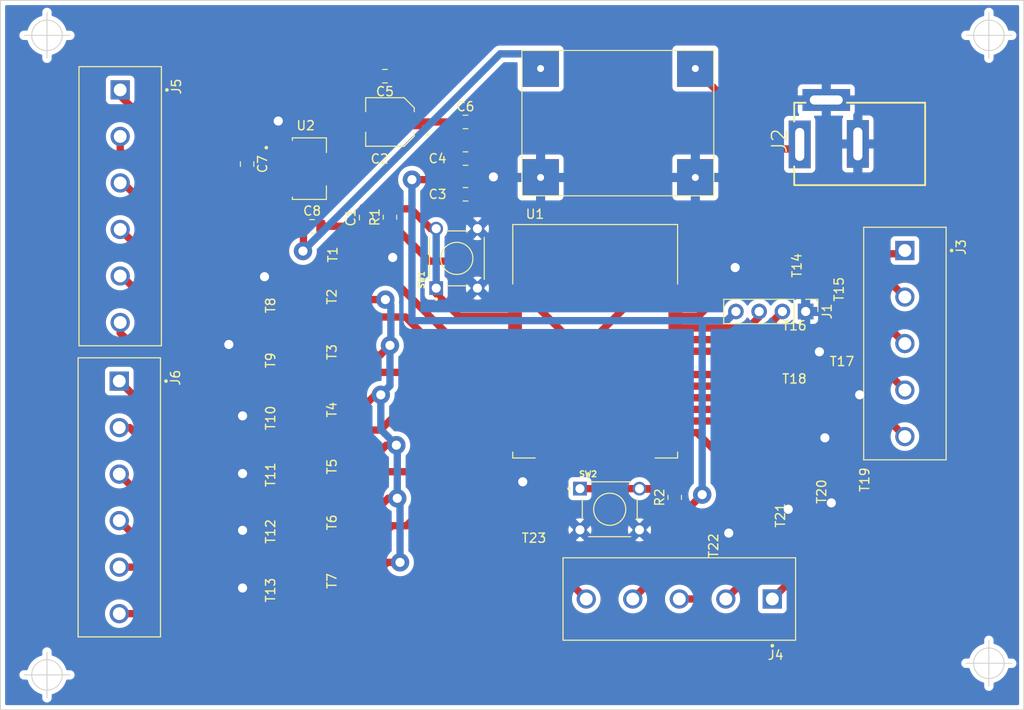
<source format=kicad_pcb>
(kicad_pcb (version 20211014) (generator pcbnew)
  (layers (0 "F.Cu" signal) (31 "B.Cu" signal) (34 "B.Paste" user) (35 "F.Paste" user) (36 "B.SilkS" user "B.Silkscreen") (37 "F.SilkS" user "F.Silkscreen") (38 "B.Mask" user) (39 "F.Mask" user) (44 "Edge.Cuts" user))
  (net 0 "")
  (net 1 "GND")
  (net 2 "r1")
  (net 3 "r2")
  (net 4 "r3")
  (net 5 "r4")
  (net 6 "r5")
  (net 7 "o1g")
  (net 8 "o1r")
  (net 9 "o2g")
  (net 10 "o2r")
  (net 11 "o3g")
  (net 12 "o3r")
  (net 13 "g1")
  (net 14 "g2")
  (net 15 "g3")
  (net 16 "g4")
  (net 17 "Net-(T1-Pad3)")
  (net 18 "Net-(T1-Pad1)")
  (net 19 "Net-(T2-Pad1)")
  (net 20 "Net-(T3-Pad1)")
  (net 21 "Net-(T10-Pad1)")
  (net 22 "Net-(T11-Pad1)")
  (net 23 "Net-(T12-Pad1)")
  (net 24 "Net-(T13-Pad1)")
  (net 25 "Net-(T14-Pad1)")
  (net 26 "Net-(T15-Pad1)")
  (net 27 "Net-(T16-Pad1)")
  (net 28 "Net-(T17-Pad1)")
  (net 29 "Net-(T18-Pad1)")
  (net 30 "Net-(T19-Pad1)")
  (net 31 "Net-(T20-Pad1)")
  (net 32 "Net-(T21-Pad1)")
  (net 33 "Net-(T22-Pad1)")
  (net 34 "Net-(T23-Pad1)")
  (net 48 "+3V3")
  (net 49 "Net-(J1-Pad2)")
  (net 50 "Net-(J1-Pad3)")
  (net 51 "unconnected-(C7-Pad2)")
  (net 52 "unconnected-(J2-Pad1)")
  (net 53 "o4g")
  (net 54 "o5g")
  (net 55 "o6g")
  (net 56 "o4r")
  (net 57 "o5r")
  (net 58 "o6r")
  (net 59 "g5")
  (net 60 "Net-(C1-Pad2)")
  (net 61 "Net-(R2-Pad2)")
  (footprint "libraries:CAP_EEE0JA101WR" (layer "F.Cu") (at 128.9 75.5 180)
    (fp_text reference "C2")
    (fp_text value "220u")
  )
  (footprint "libraries:SOT23" (layer "F.Cu") (at 171.8 100.3)
    (fp_text reference "T16")
    (fp_text value "r3")
  )
  (footprint "libraries:GCT_DCJ200-10-A-XX-X_REVA" (layer "F.Cu") (at 180.2 77.9 90)
    (fp_text reference "J2")
    (fp_text value "DCJ200-10-A-XX-X_REVA" hide)
  )
  (footprint "Resistor_SMD:R_0805_2012Metric" (layer "F.Cu") (at 128.9 85.9 90)
    (fp_text reference "R1")
    (fp_text value "10k")
  )
  (footprint "libraries:TE_282841-5" (layer "F.Cu") (at 160.5 127.6 180)
    (fp_text reference "J4")
    (fp_text value "Groen")
  )
  (footprint "libraries:TE_282841-5" (layer "F.Cu") (at 185.1375 99.7 -90)
    (fp_text reference "J3")
    (fp_text value "Rood")
  )
  (footprint "libraries:SOT23" (layer "F.Cu") (at 173.5 114.6 -90)
    (fp_text reference "T20")
    (fp_text value "g2")
  )
  (footprint "libraries:SOT23" (layer "F.Cu") (at 125.1 108.2 90)
    (fp_text reference "T4")
    (fp_text value "o3g")
  )
  (footprint "libraries:SOT23" (layer "F.Cu") (at 178.2 113.3 -90)
    (fp_text reference "T19")
    (fp_text value "g1")
  )
  (footprint "libraries:SW_1825910-6-4" (layer "F.Cu") (at 152.9 117.8)
    (fp_text reference "SW2")
    (fp_text value "BOOT")
  )
  (footprint "Capacitor_SMD:C_0805_2012Metric" (layer "F.Cu") (at 137.15 75.5)
    (fp_text reference "C6")
    (fp_text value "4.7u")
  )
  (footprint "libraries:SOT23" (layer "F.Cu") (at 169 117.2 -90)
    (fp_text reference "T21")
    (fp_text value "g3")
  )
  (footprint "libraries:SOT23" (layer "F.Cu") (at 118.4 109.1 90)
    (fp_text reference "T10")
    (fp_text value "o3r")
  )
  (footprint "libraries:SOT23" (layer "F.Cu") (at 170.8 89.9 -90)
    (fp_text reference "T14")
    (fp_text value "r1")
  )
  (footprint "libraries:SOT23" (layer "F.Cu") (at 125.1 95.85 90)
    (fp_text reference "T2")
    (fp_text value "o1g")
  )
  (footprint "libraries:SOT23" (layer "F.Cu") (at 118.4 96.8 90)
    (fp_text reference "T8")
    (fp_text value "o1r")
  )
  (footprint "libraries:SOT23" (layer "F.Cu") (at 125.2 91.25 90)
    (fp_text reference "T1")
    (fp_text value "signaal oranje")
  )
  (footprint "libraries:SOT23" (layer "F.Cu") (at 125.1 101.9 90)
    (fp_text reference "T3")
    (fp_text value "o2g")
  )
  (footprint "Capacitor_SMD:C_0805_2012Metric" (layer "F.Cu") (at 113.3 80.1 -90)
    (fp_text reference "C7")
    (fp_text value "0.1u")
  )
  (footprint "libraries:Buck Converter" (layer "F.Cu") (at 153.7 75.6)
    (fp_text reference "PS1" hide)
    (fp_text value "ITX0512SA" hide)
  )
  (footprint "libraries:XCVR_ESP32-WROOM-32E_(16MB)" (layer "F.Cu") (at 151.3125 99.45)
    (fp_text reference "U1")
    (fp_text value "ESP32-WROOM-32E_(16MB)")
  )
  (footprint "libraries:SOT23" (layer "F.Cu") (at 145.9 118.4 180)
    (fp_text reference "T23")
    (fp_text value "g5")
  )
  (footprint "Capacitor_SMD:C_0805_2012Metric" (layer "F.Cu") (at 137.15 83.4)
    (fp_text reference "C3")
    (fp_text value "22u")
  )
  (footprint "libraries:SOT23" (layer "F.Cu") (at 118.4 127.9 90)
    (fp_text reference "T13")
    (fp_text value "06r")
  )
  (footprint "Capacitor_SMD:C_0805_2012Metric" (layer "F.Cu") (at 126.3 85.9375 90)
    (fp_text reference "C1")
    (fp_text value "1u")
  )
  (footprint "Capacitor_SMD:C_0805_2012Metric" (layer "F.Cu") (at 137.15 79.5)
    (fp_text reference "C4")
    (fp_text value "0.1u")
  )
  (footprint "Connector_PinHeader_2.54mm:PinHeader_1x04_P2.54mm_Vertical" (layer "F.Cu") (at 174.3 96.2 -90)
    (fp_text reference "J1")
    (fp_text value "Conn_01x04_Female")
  )
  (footprint "libraries:SOT23" (layer "F.Cu") (at 125.1 114.4 90)
    (fp_text reference "T5")
    (fp_text value "o4g")
  )
  (footprint "libraries:SOT23" (layer "F.Cu") (at 175.4 92.5 -90)
    (fp_text reference "T15")
    (fp_text value "r2")
  )
  (footprint "libraries:SW_1825910-6-4" (layer "F.Cu") (at 136.2 90.4 90)
    (fp_text reference "SW1")
    (fp_text value "ENABLE")
  )
  (footprint "libraries:SOT23" (layer "F.Cu") (at 125.1 120.5 90)
    (fp_text reference "T6")
    (fp_text value "o5g")
  )
  (footprint "libraries:SOT23" (layer "F.Cu") (at 118.4 115.3 90)
    (fp_text reference "T11")
    (fp_text value "o4r")
  )
  (footprint "libraries:SOT23" (layer "F.Cu") (at 125.1 126.9 90)
    (fp_text reference "T7")
    (fp_text value "06g")
  )
  (footprint "Resistor_SMD:R_0805_2012Metric" (layer "F.Cu") (at 160 116.5 90)
    (fp_text reference "R2")
    (fp_text value "10k")
  )
  (footprint "libraries:SOT229P700X180-4N" (layer "F.Cu") (at 120.1 80.6)
    (fp_text reference "U2")
    (fp_text value "AMS1117")
  )
  (footprint "libraries:SOT23" (layer "F.Cu") (at 171.8 106.1)
    (fp_text reference "T18")
    (fp_text value "r5")
  )
  (footprint "libraries:TE_282841-6" (layer "F.Cu") (at 99.3375 116.5 -90)
    (fp_text reference "J6")
    (fp_text value "Oranje2")
  )
  (footprint "libraries:SOT23" (layer "F.Cu") (at 118.4 102.8 90)
    (fp_text reference "T9")
    (fp_text value "o2r")
  )
  (footprint "libraries:SOT23" (layer "F.Cu") (at 161.7 120.5 -90)
    (fp_text reference "T22")
    (fp_text value "g4")
  )
  (footprint "libraries:SOT23" (layer "F.Cu") (at 118.4 121.5 90)
    (fp_text reference "T12")
    (fp_text value "o5r")
  )
  (footprint "libraries:TE_282841-6" (layer "F.Cu") (at 99.4375 84.7 -90)
    (fp_text reference "J5")
    (fp_text value "Oranje1")
  )
  (footprint "Capacitor_SMD:C_0805_2012Metric" (layer "F.Cu") (at 120.4 86.9)
    (fp_text reference "C8")
    (fp_text value "4.7u")
  )
  (footprint "libraries:SOT23" (layer "F.Cu") (at 177 104.2)
    (fp_text reference "T17")
    (fp_text value "r4")
  )
  (footprint "Capacitor_SMD:C_0805_2012Metric" (layer "F.Cu") (at 128.35 70.5 180)
    (fp_text reference "C5")
    (fp_text value "0.1u")
  )
  (gr_rect (start 86.36 62.23) (end 198.12 139.7) (layer "Edge.Cuts") (width 0.1) (fill none))
  (target plus (at 194.31 66.04) (size 5) (width 0.1) (layer "Edge.Cuts"))
  (target plus (at 91.44 135.89) (size 5) (width 0.1) (layer "Edge.Cuts"))
  (target plus (at 91.44 66.04) (size 5) (width 0.1) (layer "Edge.Cuts"))
  (target plus (at 194.31 134.62) (size 5) (width 0.1) (layer "Edge.Cuts"))
  (segment (start 177.1 117.1) (end 177.1 114.25) (width 0.8) (layer "F.Cu") (net 1))
  (segment (start 175.8 100.6) (end 173.55 100.6) (width 0.8) (layer "F.Cu") (net 1))
  (segment (start 121.3625 86.8875) (end 121.35 86.9) (width 0.8) (layer "F.Cu") (net 1))
  (segment (start 115.2 92.4) (end 116.05 92.4) (width 0.8) (layer "F.Cu") (net 1))
  (segment (start 151.2125 100.51) (end 148.4125 103.31) (width 0.8) (layer "F.Cu") (net 1))
  (segment (start 142.5625 94.19) (end 143.4925 94.19) (width 0.8) (layer "F.Cu") (net 1))
  (segment (start 119.5 108.15) (end 118.45 107.1) (width 0.8) (layer "F.Cu") (net 1))
  (segment (start 126.75 75.5) (end 126.75 71.15) (width 0.8) (layer "F.Cu") (net 1))
  (segment (start 174.3 93.45) (end 174.3 96.2) (width 0.8) (layer "F.Cu") (net 1))
  (segment (start 119.5 120.55) (end 118.55 119.6) (width 0.8) (layer "F.Cu") (net 1))
  (segment (start 157.55 121.45) (end 156.15 120.05) (width 0.8) (layer "F.Cu") (net 1))
  (segment (start 151.2125 100.51) (end 151.2125 103.31) (width 0.8) (layer "F.Cu") (net 1))
  (segment (start 144.95 114.85) (end 145 114.8) (width 0.8) (layer "F.Cu") (net 1))
  (segment (start 167.15 90.85) (end 166.6 91.4) (width 0.8) (layer "F.Cu") (net 1))
  (segment (start 118.55 100.9) (end 119.5 101.85) (width 0.8) (layer "F.Cu") (net 1))
  (segment (start 145.5975 114.8) (end 143.4 114.8) (width 0.8) (layer "F.Cu") (net 1))
  (segment (start 138.1 79.5) (end 138.1 83.4) (width 0.8) (layer "F.Cu") (net 1))
  (segment (start 126.75 71.15) (end 127.4 70.5) (width 0.8) (layer "F.Cu") (net 1))
  (segment (start 116.05 92.4) (end 119.5 95.85) (width 0.8) (layer "F.Cu") (net 1))
  (segment (start 160.0625 94.19) (end 156.1325 94.19) (width 0.8) (layer "F.Cu") (net 1))
  (segment (start 113.3 79.15) (end 114.15 78.3) (width 0.8) (layer "F.Cu") (net 1))
  (segment (start 118.55 113.4) (end 113.3 113.4) (width 0.8) (layer "F.Cu") (net 1))
  (segment (start 148.4125 103.31) (end 145.5975 106.125) (width 0.8) (layer "F.Cu") (net 1))
  (segment (start 156.1325 94.19) (end 149.8125 100.51) (width 0.8) (layer "F.Cu") (net 1))
  (segment (start 144.95 117.3) (end 144.95 114.85) (width 0.8) (layer "F.Cu") (net 1))
  (segment (start 176.4 110) (end 175.8995 109.4995) (width 0.8) (layer "F.Cu") (net 1))
  (segment (start 118.55 119.6) (end 113.3 119.6) (width 0.8) (layer "F.Cu") (net 1))
  (segment (start 169.7 90.85) (end 167.15 90.85) (width 0.8) (layer "F.Cu") (net 1))
  (segment (start 116.745 78.3) (end 116.755 78.31) (width 0.8) (layer "F.Cu") (net 1))
  (segment (start 148.4125 100.51) (end 151.2125 100.51) (width 0.8) (layer "F.Cu") (net 1))
  (segment (start 149.8125 100.51) (end 149.8125 103.31) (width 0.8) (layer "F.Cu") (net 1))
  (segment (start 165.9 120.15) (end 167.9 118.15) (width 0.8) (layer "F.Cu") (net 1))
  (segment (start 116.8 75.5) (end 126.75 75.5) (width 0.8) (layer "F.Cu") (net 1))
  (segment (start 113.3 125.9) (end 112.8 126.4) (width 0.8) (layer "F.Cu") (net 1))
  (segment (start 145.5975 113.5025) (end 145.5975 114.8) (width 0.8) (layer "F.Cu") (net 1))
  (segment (start 118.45 107.1) (end 113.3 107.1) (width 0.8) (layer "F.Cu") (net 1))
  (segment (start 145.5975 106.125) (end 145.5975 111.95) (width 0.8) (layer "F.Cu") (net 1))
  (segment (start 126.3 90.3) (end 129.2 90.3) (width 0.8) (layer "F.Cu") (net 1))
  (segment (start 138.1 75.5) (end 138.1 79.5) (width 0.8) (layer "F.Cu") (net 1))
  (segment (start 145.5975 111.95) (end 145.5975 113.5025) (width 0.8) (layer "F.Cu") (net 1))
  (segment (start 175.0495 109.4995) (end 172.75 107.2) (width 0.8) (layer "F.Cu") (net 1))
  (segment (start 116.7 75.4) (end 116.7 78.255) (width 0.8) (layer "F.Cu") (net 1))
  (segment (start 111.3 99.8) (end 112.4 100.9) (width 0.8) (layer "F.Cu") (net 1))
  (segment (start 113.3 119.6) (end 112.8 120.1) (width 0.8) (layer "F.Cu") (net 1))
  (segment (start 113.3 113.4) (end 112.8 113.9) (width 0.8) (layer "F.Cu") (net 1))
  (segment (start 138.1 81.5) (end 140.2 81.5) (width 0.8) (layer "F.Cu") (net 1))
  (segment (start 172.4 117.8) (end 172.4 115.55) (width 0.8) (layer "F.Cu") (net 1))
  (segment (start 148.4125 100.51) (end 151.2125 103.31) (width 0.8) (layer "F.Cu") (net 1))
  (segment (start 173.55 100.6) (end 172.75 101.4) (width 0.8) (layer "F.Cu") (net 1))
  (segment (start 116.7 75.4) (end 116.8 75.5) (width 0.8) (layer "F.Cu") (net 1))
  (segment (start 148.4125 101.91) (end 151.2125 101.91) (width 0.8) (layer "F.Cu") (net 1))
  (segment (start 148.4125 100.51) (end 148.4125 103.31) (width 0.8) (layer "F.Cu") (net 1))
  (segment (start 126.3 86.8875) (end 126.3 90.3) (width 0.8) (layer "F.Cu") (net 1))
  (segment (start 114.15 78.3) (end 116.745 78.3) (width 0.8) (layer "F.Cu") (net 1))
  (segment (start 143.4925 94.19) (end 149.8125 100.51) (width 0.8) (layer "F.Cu") (net 1))
  (segment (start 151.2125 103.31) (end 148.4125 103.31) (width 0.8) (layer "F.Cu") (net 1))
  (segment (start 177.95 105.3) (end 180.2 105.3) (width 0.8) (layer "F.Cu") (net 1))
  (segment (start 126.3 86.8875) (end 121.3625 86.8875) (width 0.8) (layer "F.Cu") (net 1))
  (segment (start 119.5 114.35) (end 118.55 113.4) (width 0.8) (layer "F.Cu") (net 1))
  (segment (start 165.9 120.4) (end 165.9 120.15) (width 0.8) (layer "F.Cu") (net 1))
  (segment (start 112.4 100.9) (end 118.55 100.9) (width 0.8) (layer "F.Cu") (net 1))
  (segment (start 119.5 126.95) (end 118.45 125.9) (width 0.8) (layer "F.Cu") (net 1))
  (segment (start 160.6 121.45) (end 157.55 121.45) (width 0.8) (layer "F.Cu") (net 1))
  (segment (start 138.1 79.5) (end 138.1 81.5) (width 0.8) (layer "F.Cu") (net 1))
  (segment (start 118.45 125.9) (end 113.3 125.9) (width 0.8) (layer "F.Cu") (net 1))
  (segment (start 113.3 107.1) (end 112.8 107.6) (width 0.8) (layer "F.Cu") (net 1))
  (segment (start 175.8995 109.4995) (end 175.0495 109.4995) (width 0.8) (layer "F.Cu") (net 1))
  (segment (start 116.7 78.255) (end 116.755 78.31) (width 0.8) (layer "F.Cu") (net 1))
  (via (at 115.2 92.4) (size 2) (drill 1) (layers "F.Cu" "B.Cu") (net 1))
  (via (at 143.4 114.8) (size 2) (drill 1) (layers "F.Cu" "B.Cu") (net 1))
  (via (at 175.8 100.6) (size 2) (drill 1) (layers "F.Cu" "B.Cu") (net 1))
  (via (at 129.2 90.3) (size 2) (drill 1) (layers "F.Cu" "B.Cu") (net 1))
  (via (at 166.6 91.4) (size 2) (drill 1) (layers "F.Cu" "B.Cu") (net 1))
  (via (at 176.4 110) (size 2) (drill 1) (layers "F.Cu" "B.Cu") (net 1))
  (via (at 112.8 113.9) (size 2) (drill 1) (layers "F.Cu" "B.Cu") (net 1))
  (via (at 165.9 120.4) (size 2) (drill 1) (layers "F.Cu" "B.Cu") (net 1))
  (via (at 112.8 107.6) (size 2) (drill 1) (layers "F.Cu" "B.Cu") (net 1))
  (via (at 172.4 117.8) (size 2) (drill 1) (layers "F.Cu" "B.Cu") (net 1))
  (via (at 111.3 99.8) (size 2) (drill 1) (layers "F.Cu" "B.Cu") (net 1))
  (via (at 177.1 117.1) (size 2) (drill 1) (layers "F.Cu" "B.Cu") (net 1))
  (via (at 112.8 120.1) (size 2) (drill 1) (layers "F.Cu" "B.Cu") (net 1))
  (via (at 140.2 81.5) (size 2) (drill 1) (layers "F.Cu" "B.Cu") (net 1))
  (via (at 116.7 75.4) (size 2) (drill 1) (layers "F.Cu" "B.Cu") (net 1))
  (via (at 112.8 126.4) (size 2) (drill 1) (layers "F.Cu" "B.Cu") (net 1))
  (via (at 180.2 105.3) (size 2) (drill 1) (layers "F.Cu" "B.Cu") (net 1))
  (segment (start 171.9 89.9) (end 184.7775 89.9) (width 0.8) (layer "F.Cu") (net 2))
  (segment (start 184.7775 89.9) (end 185.1375 89.54) (width 0.8) (layer "F.Cu") (net 2))
  (segment (start 176.5 92.5) (end 177.5 93.5) (width 0.8) (layer "F.Cu") (net 3))
  (segment (start 184.0175 93.5) (end 185.1375 94.62) (width 0.8) (layer "F.Cu") (net 3))
  (segment (start 177.5 93.5) (end 184.0175 93.5) (width 0.8) (layer "F.Cu") (net 3))
  (segment (start 184.0375 98.6) (end 185.1375 99.7) (width 0.8) (layer "F.Cu") (net 4))
  (segment (start 171.8 99.2) (end 172.4 98.6) (width 0.8) (layer "F.Cu") (net 4))
  (segment (start 172.4 98.6) (end 184.0375 98.6) (width 0.8) (layer "F.Cu") (net 4))
  (segment (start 183.4575 103.1) (end 185.1375 104.78) (width 0.8) (layer "F.Cu") (net 5))
  (segment (start 177 103.1) (end 183.4575 103.1) (width 0.8) (layer "F.Cu") (net 5))
  (segment (start 171.9 104.9) (end 172.8 104.9) (width 0.8) (layer "F.Cu") (net 6))
  (segment (start 183.1775 107.9) (end 185.1375 109.86) (width 0.8) (layer "F.Cu") (net 6))
  (segment (start 175.8 107.9) (end 183.1775 107.9) (width 0.8) (layer "F.Cu") (net 6))
  (segment (start 171.8 105) (end 171.9 104.9) (width 0.8) (layer "F.Cu") (net 6))
  (segment (start 172.8 104.9) (end 175.8 107.9) (width 0.8) (layer "F.Cu") (net 6))
  (segment (start 122.65 95.85) (end 99.4375 72.6375) (width 0.8) (layer "F.Cu") (net 7))
  (segment (start 124 95.85) (end 122.65 95.85) (width 0.8) (layer "F.Cu") (net 7))
  (segment (start 99.4375 72.6375) (end 99.4375 72) (width 0.8) (layer "F.Cu") (net 7))
  (segment (start 117.3 96.8) (end 116.4 96.8) (width 0.8) (layer "F.Cu") (net 8))
  (segment (start 99.4375 78.6375) (end 99.4375 77.08) (width 0.8) (layer "F.Cu") (net 8))
  (segment (start 111.6 92) (end 111.6 90.8) (width 0.8) (layer "F.Cu") (net 8))
  (segment (start 116.4 96.8) (end 111.6 92) (width 0.8) (layer "F.Cu") (net 8))
  (segment (start 111.6 90.8) (end 99.4375 78.6375) (width 0.8) (layer "F.Cu") (net 8))
  (segment (start 124 101.9) (end 121.3 99.2) (width 0.8) (layer "F.Cu") (net 9))
  (segment (start 101.4 85.6) (end 101.4 83.8) (width 0.8) (layer "F.Cu") (net 9))
  (segment (start 115 99.2) (end 101.4 85.6) (width 0.8) (layer "F.Cu") (net 9))
  (segment (start 121.3 99.2) (end 115 99.2) (width 0.8) (layer "F.Cu") (net 9))
  (segment (start 99.76 82.16) (end 99.4375 82.16) (width 0.8) (layer "F.Cu") (net 9))
  (segment (start 101.4 83.8) (end 99.76 82.16) (width 0.8) (layer "F.Cu") (net 9))
  (segment (start 107.1 94.9025) (end 99.4375 87.24) (width 0.8) (layer "F.Cu") (net 10))
  (segment (start 117.3 102.8) (end 117.1 103) (width 0.8) (layer "F.Cu") (net 10))
  (segment (start 117.3 102.8) (end 110.7 102.8) (width 0.8) (layer "F.Cu") (net 10))
  (segment (start 107.1 99.2) (end 107.1 94.9025) (width 0.8) (layer "F.Cu") (net 10))
  (segment (start 110.7 102.8) (end 107.1 99.2) (width 0.8) (layer "F.Cu") (net 10))
  (segment (start 103.6 99.2) (end 103.6 96.3) (width 0.8) (layer "F.Cu") (net 11))
  (segment (start 109.62 105.22) (end 103.6 99.2) (width 0.8) (layer "F.Cu") (net 11))
  (segment (start 124 108.2) (end 121.02 105.22) (width 0.8) (layer "F.Cu") (net 11))
  (segment (start 121.02 105.22) (end 109.62 105.22) (width 0.8) (layer "F.Cu") (net 11))
  (segment (start 103.6 96.3) (end 99.62 92.32) (width 0.8) (layer "F.Cu") (net 11))
  (segment (start 99.62 92.32) (end 99.4375 92.32) (width 0.8) (layer "F.Cu") (net 11))
  (segment (start 116.5 109.9) (end 110.8 109.9) (width 0.8) (layer "F.Cu") (net 12))
  (segment (start 99.6375 97.2) (end 99.4375 97.4) (width 0.8) (layer "F.Cu") (net 12))
  (segment (start 110.8 109.9) (end 99.4375 98.5375) (width 0.8) (layer "F.Cu") (net 12))
  (segment (start 117.3 109.1) (end 116.5 109.9) (width 0.8) (layer "F.Cu") (net 12))
  (segment (start 99.4375 98.5375) (end 99.4375 97.4) (width 0.8) (layer "F.Cu") (net 12))
  (segment (start 179.3 118.96) (end 170.66 127.6) (width 0.8) (layer "F.Cu") (net 13))
  (segment (start 179.3 113.3) (end 179.3 118.96) (width 0.8) (layer "F.Cu") (net 13))
  (segment (start 174.6 114.6) (end 174.6 118.58) (width 0.8) (layer "F.Cu") (net 14))
  (segment (start 174.6 118.58) (end 165.58 127.6) (width 0.8) (layer "F.Cu") (net 14))
  (segment (start 170.1 117.2) (end 170.1 119.7) (width 0.8) (layer "F.Cu") (net 15))
  (segment (start 170.1 119.7) (end 162.2 127.6) (width 0.8) (layer "F.Cu") (net 15))
  (segment (start 162.2 127.6) (end 160.5 127.6) (width 0.8) (layer "F.Cu") (net 15))
  (segment (start 160.3 125) (end 158.02 125) (width 0.8) (layer "F.Cu") (net 16))
  (segment (start 162.8 122.5) (end 160.3 125) (width 0.8) (layer "F.Cu") (net 16))
  (segment (start 158.02 125) (end 155.42 127.6) (width 0.8) (layer "F.Cu") (net 16))
  (segment (start 162.8 120.5) (end 162.8 122.5) (width 0.8) (layer "F.Cu") (net 16))
  (segment (start 128.5 110.8) (end 129.6 110.8) (width 0.8) (layer "F.Cu") (net 17))
  (segment (start 124.1 92.8) (end 126.2 94.9) (width 0.8) (layer "F.Cu") (net 17))
  (segment (start 128.4 94.9) (end 126.2 94.9) (width 0.8) (layer "F.Cu") (net 17))
  (segment (start 126.2 113.45) (end 126.2 113.1) (width 0.8) (layer "F.Cu") (net 17))
  (segment (start 126.2 113.1) (end 128.5 110.8) (width 0.8) (layer "F.Cu") (net 17))
  (segment (start 124.1 91.25) (end 124.1 92.8) (width 0.8) (layer "F.Cu") (net 17))
  (segment (start 127.85 100.95) (end 128.9 99.9) (width 0.8) (layer "F.Cu") (net 17))
  (segment (start 126.2 119.1) (end 128.7 116.6) (width 0.8) (layer "F.Cu") (net 17))
  (segment (start 127.3 105.3) (end 126.2 106.4) (width 0.8) (layer "F.Cu") (net 17))
  (segment (start 127.9 105.3) (end 127.3 105.3) (width 0.8) (layer "F.Cu") (net 17))
  (segment (start 128.6 123.6) (end 130 123.6) (width 0.8) (layer "F.Cu") (net 17))
  (segment (start 126.2 119.55) (end 126.2 119.1) (width 0.8) (layer "F.Cu") (net 17))
  (segment (start 128.7 116.6) (end 129.7 116.6) (width 0.8) (layer "F.Cu") (net 17))
  (segment (start 126.25 125.95) (end 128.6 123.6) (width 0.8) (layer "F.Cu") (net 17))
  (segment (start 126.2 106.4) (end 126.2 107.25) (width 0.8) (layer "F.Cu") (net 17))
  (segment (start 126.2 100.95) (end 127.85 100.95) (width 0.8) (layer "F.Cu") (net 17))
  (segment (start 126.2 125.95) (end 126.25 125.95) (width 0.8) (layer "F.Cu") (net 17))
  (via (at 130 123.6) (size 2) (drill 1) (layers "F.Cu" "B.Cu") (net 17))
  (via (at 128.4 94.9) (size 2) (drill 1) (layers "F.Cu" "B.Cu") (net 17))
  (via (at 127.9 105.3) (size 2) (drill 1) (layers "F.Cu" "B.Cu") (net 17))
  (via (at 129.6 110.8) (size 2) (drill 1) (layers "F.Cu" "B.Cu") (net 17))
  (via (at 129.7 116.6) (size 2) (drill 1) (layers "F.Cu" "B.Cu") (net 17))
  (via (at 128.9 99.9) (size 2) (drill 1) (layers "F.Cu" "B.Cu") (net 17))
  (segment (start 129.7 110.9) (end 129.6 110.8) (width 0.8) (layer "B.Cu") (net 17))
  (segment (start 129 99.8) (end 128.9 99.9) (width 0.8) (layer "B.Cu") (net 17))
  (segment (start 128.4 94.9) (end 129 95.5) (width 0.8) (layer "B.Cu") (net 17))
  (segment (start 130 116.9) (end 129.7 116.6) (width 0.8) (layer "B.Cu") (net 17))
  (segment (start 129 95.5) (end 129 99.8) (width 0.8) (layer "B.Cu") (net 17))
  (segment (start 129.7 116.6) (end 129.7 110.9) (width 0.8) (layer "B.Cu") (net 17))
  (segment (start 128.9 99.9) (end 128.9 104.3) (width 0.8) (layer "B.Cu") (net 17))
  (segment (start 128.9 104.3) (end 127.9 105.3) (width 0.8) (layer "B.Cu") (net 17))
  (segment (start 127.9 109.1) (end 129.6 110.8) (width 0.8) (layer "B.Cu") (net 17))
  (segment (start 127.9 105.3) (end 127.9 109.1) (width 0.8) (layer "B.Cu") (net 17))
  (segment (start 130 123.6) (end 130 116.9) (width 0.8) (layer "B.Cu") (net 17))
  (segment (start 139.58 103.08) (end 142.5625 103.08) (width 0.8) (layer "F.Cu") (net 18))
  (segment (start 126.3 92.2) (end 128.7 92.2) (width 0.8) (layer "F.Cu") (net 18))
  (segment (start 128.7 92.2) (end 139.58 103.08) (width 0.8) (layer "F.Cu") (net 18))
  (segment (start 126.2 96.8) (end 130.6 96.8) (width 0.8) (layer "F.Cu") (net 19))
  (segment (start 119.5 97.75) (end 125.25 97.75) (width 0.8) (layer "F.Cu") (net 19))
  (segment (start 125.25 97.75) (end 126.2 96.8) (width 0.8) (layer "F.Cu") (net 19))
  (segment (start 130.6 96.8) (end 138.15 104.35) (width 0.8) (layer "F.Cu") (net 19))
  (segment (start 138.15 104.35) (end 142.5625 104.35) (width 0.8) (layer "F.Cu") (net 19))
  (segment (start 132.65 102.85) (end 135.42 105.62) (width 0.8) (layer "F.Cu") (net 20))
  (segment (start 125.3 103.75) (end 126.2 102.85) (width 0.8) (layer "F.Cu") (net 20))
  (segment (start 119.5 103.75) (end 125.3 103.75) (width 0.8) (layer "F.Cu") (net 20))
  (segment (start 126.2 102.85) (end 132.65 102.85) (width 0.8) (layer "F.Cu") (net 20))
  (segment (start 135.42 105.62) (end 142.5625 105.62) (width 0.8) (layer "F.Cu") (net 20))
  (segment (start 125.3 110.05) (end 119.5 110.05) (width 0.8) (layer "F.Cu") (net 21))
  (segment (start 130.11 106.89) (end 142.5625 106.89) (width 0.8) (layer "F.Cu") (net 21))
  (segment (start 127.85 109.15) (end 130.11 106.89) (width 0.8) (layer "F.Cu") (net 21))
  (segment (start 126.2 109.15) (end 125.3 110.05) (width 0.8) (layer "F.Cu") (net 21))
  (segment (start 126.2 109.15) (end 127.85 109.15) (width 0.8) (layer "F.Cu") (net 21))
  (segment (start 128.6 113.7) (end 131.2 113.7) (width 0.8) (layer "F.Cu") (net 22))
  (segment (start 136.74 108.16) (end 142.5625 108.16) (width 0.8) (layer "F.Cu") (net 22))
  (segment (start 125.3 116.25) (end 126.2 115.35) (width 0.8) (layer "F.Cu") (net 22))
  (segment (start 119.5 116.25) (end 125.3 116.25) (width 0.8) (layer "F.Cu") (net 22))
  (segment (start 131.2 113.7) (end 136.74 108.16) (width 0.8) (layer "F.Cu") (net 22))
  (segment (start 126.2 115.35) (end 126.95 115.35) (width 0.8) (layer "F.Cu") (net 22))
  (segment (start 126.95 115.35) (end 128.6 113.7) (width 0.8) (layer "F.Cu") (net 22))
  (segment (start 130.7 119.6) (end 140.87 109.43) (width 0.8) (layer "F.Cu") (net 23))
  (segment (start 127.25 121.45) (end 129.1 119.6) (width 0.8) (layer "F.Cu") (net 23))
  (segment (start 119.5 122.45) (end 125.2 122.45) (width 0.8) (layer "F.Cu") (net 23))
  (segment (start 129.1 119.6) (end 130.7 119.6) (width 0.8) (layer "F.Cu") (net 23))
  (segment (start 140.87 109.43) (end 142.5625 109.43) (width 0.8) (layer "F.Cu") (net 23))
  (segment (start 125.2 122.45) (end 126.2 121.45) (width 0.8) (layer "F.Cu") (net 23))
  (segment (start 126.2 121.45) (end 127.25 121.45) (width 0.8) (layer "F.Cu") (net 23))
  (segment (start 140 117.6) (end 140 113.2625) (width 0.8) (layer "F.Cu") (net 24))
  (segment (start 129.75 127.85) (end 140 117.6) (width 0.8) (layer "F.Cu") (net 24))
  (segment (start 119.5 128.85) (end 125.2 128.85) (width 0.8) (layer "F.Cu") (net 24))
  (segment (start 125.2 128.85) (end 126.2 127.85) (width 0.8) (layer "F.Cu") (net 24))
  (segment (start 126.2 127.85) (end 129.75 127.85) (width 0.8) (layer "F.Cu") (net 24))
  (segment (start 140 113.2625) (end 142.5625 110.7) (width 0.8) (layer "F.Cu") (net 24))
  (segment (start 164.35 88.95) (end 169.7 88.95) (width 0.8) (layer "F.Cu") (net 25))
  (segment (start 163.8 89.5) (end 164.35 88.95) (width 0.8) (layer "F.Cu") (net 25))
  (segment (start 161.191522 95.46) (end 163.8 92.851522) (width 0.8) (layer "F.Cu") (net 25))
  (segment (start 160.0625 95.46) (end 161.191522 95.46) (width 0.8) (layer "F.Cu") (net 25))
  (segment (start 163.8 92.851522) (end 163.8 89.5) (width 0.8) (layer "F.Cu") (net 25))
  (segment (start 165.6 93.7) (end 162.57 96.73) (width 0.8) (layer "F.Cu") (net 26))
  (segment (start 173.35 91.55) (end 171.2 93.7) (width 0.8) (layer "F.Cu") (net 26))
  (segment (start 174.3 91.55) (end 173.35 91.55) (width 0.8) (layer "F.Cu") (net 26))
  (segment (start 162.57 96.73) (end 160.0625 96.73) (width 0.8) (layer "F.Cu") (net 26))
  (segment (start 171.2 93.7) (end 165.6 93.7) (width 0.8) (layer "F.Cu") (net 26))
  (segment (start 169.99 100.54) (end 170.85 101.4) (width 0.8) (layer "F.Cu") (net 27))
  (segment (start 160.0625 100.54) (end 169.99 100.54) (width 0.8) (layer "F.Cu") (net 27))
  (segment (start 176.05 105.3) (end 174.25 103.5) (width 0.8) (layer "F.Cu") (net 28))
  (segment (start 174.25 103.5) (end 170.1 103.5) (width 0.8) (layer "F.Cu") (net 28))
  (segment (start 170.1 103.5) (end 169.68 103.08) (width 0.8) (layer "F.Cu") (net 28))
  (segment (start 169.68 103.08) (end 160.0625 103.08) (width 0.8) (layer "F.Cu") (net 28))
  (segment (start 169.8 107.2) (end 170.85 107.2) (width 0.8) (layer "F.Cu") (net 29))
  (segment (start 160.0625 104.35) (end 166.95 104.35) (width 0.8) (layer "F.Cu") (net 29))
  (segment (start 166.95 104.35) (end 169.8 107.2) (width 0.8) (layer "F.Cu") (net 29))
  (segment (start 172.4 109.5) (end 175.25 112.35) (width 0.8) (layer "F.Cu") (net 30))
  (segment (start 175.25 112.35) (end 177.1 112.35) (width 0.8) (layer "F.Cu") (net 30))
  (segment (start 160.0625 105.62) (end 165.82 105.62) (width 0.8) (layer "F.Cu") (net 30))
  (segment (start 169.7 109.5) (end 172.4 109.5) (width 0.8) (layer "F.Cu") (net 30))
  (segment (start 165.82 105.62) (end 169.7 109.5) (width 0.8) (layer "F.Cu") (net 30))
  (segment (start 160.0625 106.89) (end 164.99 106.89) (width 0.8) (layer "F.Cu") (net 31))
  (segment (start 164.99 106.89) (end 171.75 113.65) (width 0.8) (layer "F.Cu") (net 31))
  (segment (start 171.75 113.65) (end 172.4 113.65) (width 0.8) (layer "F.Cu") (net 31))
  (segment (start 164.06 108.16) (end 167.9 112) (width 0.8) (layer "F.Cu") (net 32))
  (segment (start 160.0625 108.16) (end 164.06 108.16) (width 0.8) (layer "F.Cu") (net 32))
  (segment (start 167.9 112) (end 167.9 116.25) (width 0.8) (layer "F.Cu") (net 32))
  (segment (start 161.25 118.9) (end 160.6 119.55) (width 0.8) (layer "F.Cu") (net 33))
  (segment (start 165.2 117.7) (end 164 118.9) (width 0.8) (layer "F.Cu") (net 33))
  (segment (start 164 118.9) (end 161.25 118.9) (width 0.8) (layer "F.Cu") (net 33))
  (segment (start 162.43 109.43) (end 165.2 112.2) (width 0.8) (layer "F.Cu") (net 33))
  (segment (start 160.0625 109.43) (end 162.43 109.43) (width 0.8) (layer "F.Cu") (net 33))
  (segment (start 165.2 112.2) (end 165.2 117.7) (width 0.8) (layer "F.Cu") (net 33))
  (segment (start 146.85 117.3) (end 146.85 111.9675) (width 0.8) (layer "F.Cu") (net 34))
  (segment (start 146.85 111.9675) (end 146.8675 111.95) (width 0.8) (layer "F.Cu") (net 34))
  (segment (start 140.5 95.3) (end 140.66 95.46) (width 0.8) (layer "F.Cu") (net 48))
  (segment (start 161.7875 117.4125) (end 163 116.2) (width 0.8) (layer "F.Cu") (net 48))
  (segment (start 136.2 81.8) (end 136.2 83.4) (width 0.8) (layer "F.Cu") (net 48))
  (segment (start 131 72.2) (end 131 75.45) (width 0.8) (layer "F.Cu") (net 48))
  (segment (start 160 117.4125) (end 161.7875 117.4125) (width 0.8) (layer "F.Cu") (net 48))
  (segment (start 131.3 81.8) (end 136.2 81.8) (width 0.8) (layer "F.Cu") (net 48))
  (segment (start 116.755 80.6) (end 123.445 80.6) (width 0.8) (layer "F.Cu") (net 48))
  (segment (start 136.2 83.4) (end 136.2 90.7) (width 0.8) (layer "F.Cu") (net 48))
  (segment (start 131.05 75.5) (end 136.2 75.5) (width 0.8) (layer "F.Cu") (net 48))
  (segment (start 129.3 70.5) (end 131 72.2) (width 0.8) (layer "F.Cu") (net 48))
  (segment (start 133.2 90.7) (end 136.2 90.7) (width 0.8) (layer "F.Cu") (net 48))
  (segment (start 136.2 79.5) (end 136.2 81.8) (width 0.8) (layer "F.Cu") (net 48))
  (segment (start 140.5 92.6) (end 140.5 95.3) (width 0.8) (layer "F.Cu") (net 48))
  (segment (start 138.6 90.7) (end 140.5 92.6) (width 0.8) (layer "F.Cu") (net 48))
  (segment (start 140.66 95.46) (end 142.5625 95.46) (width 0.8) (layer "F.Cu") (net 48))
  (segment (start 123.445 80.6) (end 125.95 80.6) (width 0.8) (layer "F.Cu") (net 48))
  (segment (start 136.2 75.5) (end 136.2 79.5) (width 0.8) (layer "F.Cu") (net 48))
  (segment (start 128.9 86.8125) (end 129.3125 86.8125) (width 0.8) (layer "F.Cu") (net 48))
  (segment (start 125.95 80.6) (end 131.05 75.5) (width 0.8) (layer "F.Cu") (net 48))
  (segment (start 131 75.45) (end 131.05 75.5) (width 0.8) (layer "F.Cu") (net 48))
  (segment (start 129.3125 86.8125) (end 133.2 90.7) (width 0.8) (layer "F.Cu") (net 48))
  (segment (start 136.2 90.7) (end 138.6 90.7) (width 0.8) (layer "F.Cu") (net 48))
  (via (at 131.3 81.8) (size 2) (drill 1) (layers "F.Cu" "B.Cu") (net 48))
  (via (at 163 116.2) (size 2) (drill 1) (layers "F.Cu" "B.Cu") (net 48))
  (segment (start 165.68 97.2) (end 166.68 96.2) (width 0.8) (layer "B.Cu") (net 48))
  (segment (start 131.3 81.8) (end 131.3 97.2) (width 0.8) (layer "B.Cu") (net 48))
  (segment (start 163 116.2) (end 163 97.2) (width 0.8) (layer "B.Cu") (net 48))
  (segment (start 163 97.2) (end 165.68 97.2) (width 0.8) (layer "B.Cu") (net 48))
  (segment (start 131.3 97.2) (end 163 97.2) (width 0.8) (layer "B.Cu") (net 48))
  (segment (start 171.76 96.2) (end 168.69 99.27) (width 0.8) (layer "F.Cu") (net 49))
  (segment (start 168.69 99.27) (end 160.0625 99.27) (width 0.8) (layer "F.Cu") (net 49))
  (segment (start 169.22 96.2) (end 169.22 96.78) (width 0.8) (layer "F.Cu") (net 50))
  (segment (start 168 98) (end 160.0625 98) (width 0.8) (layer "F.Cu") (net 50))
  (segment (start 169.22 96.78) (end 168 98) (width 0.8) (layer "F.Cu") (net 50))
  (segment (start 116.755 82.89) (end 115.14 82.89) (width 0.8) (layer "F.Cu") (net 51))
  (segment (start 115.14 82.89) (end 113.3 81.05) (width 0.8) (layer "F.Cu") (net 51))
  (segment (start 119.45 86.9) (end 119.45 89.55) (width 0.8) (layer "F.Cu") (net 51))
  (segment (start 116.755 82.89) (end 116.755 84.205) (width 0.8) (layer "F.Cu") (net 51))
  (segment (start 116.755 84.205) (end 119.45 86.9) (width 0.8) (layer "F.Cu") (net 51))
  (segment (start 119.45 89.55) (end 119.4 89.6) (width 0.8) (layer "F.Cu") (net 51))
  (via (at 119.4 89.6) (size 2) (drill 1) (layers "F.Cu" "B.Cu") (net 51))
  (segment (start 143.751 68.064) (end 145.351 69.664) (width 0.8) (layer "B.Cu") (net 51))
  (segment (start 140.936 68.064) (end 143.751 68.064) (width 0.8) (layer "B.Cu") (net 51))
  (segment (start 119.4 89.6) (end 140.936 68.064) (width 0.8) (layer "B.Cu") (net 51))
  (segment (start 170.95 78.45) (end 173.15 78.45) (width 0.8) (layer "F.Cu") (net 52))
  (segment (start 162.251 69.751) (end 170.95 78.45) (width 0.8) (layer "F.Cu") (net 52))
  (segment (start 173.15 78.45) (end 173.65 77.95) (width 0.8) (layer "F.Cu") (net 52))
  (segment (start 162.251 69.664) (end 162.251 69.751) (width 0.8) (layer "F.Cu") (net 52))
  (segment (start 124 114.4) (end 121.3 111.7) (width 0.8) (layer "F.Cu") (net 53))
  (segment (start 107.2375 111.7) (end 99.3375 103.8) (width 0.8) (layer "F.Cu") (net 53))
  (segment (start 121.3 111.7) (end 107.2375 111.7) (width 0.8) (layer "F.Cu") (net 53))
  (segment (start 124 120.5) (end 121.4 117.9) (width 0.8) (layer "F.Cu") (net 54))
  (segment (start 103.2775 117.9) (end 121.4 117.9) (width 0.8) (layer "F.Cu") (net 54))
  (segment (start 99.3375 113.96) (end 103.2775 117.9) (width 0.8) (layer "F.Cu") (net 54))
  (segment (start 121.18 124.12) (end 121.2 124.1) (width 0.8) (layer "F.Cu") (net 55))
  (segment (start 99.3375 124.12) (end 121.18 124.12) (width 0.8) (layer "F.Cu") (net 55))
  (segment (start 124 126.9) (end 121.2 124.1) (width 0.8) (layer "F.Cu") (net 55))
  (segment (start 100.48 108.88) (end 99.3375 108.88) (width 0.8) (layer "F.Cu") (net 56))
  (segment (start 116.4 116.2) (end 107.8 116.2) (width 0.8) (layer "F.Cu") (net 56))
  (segment (start 117.3 115.3) (end 116.4 116.2) (width 0.8) (layer "F.Cu") (net 56))
  (segment (start 107.8 116.2) (end 100.48 108.88) (width 0.8) (layer "F.Cu") (net 56))
  (segment (start 99.3375 119.04) (end 102.4975 122.2) (width 0.8) (layer "F.Cu") (net 57))
  (segment (start 102.4975 122.2) (end 116.6 122.2) (width 0.8) (layer "F.Cu") (net 57))
  (segment (start 117.3 121.5) (end 116.6 122.2) (width 0.8) (layer "F.Cu") (net 57))
  (segment (start 116 129.2) (end 99.3375 129.2) (width 0.8) (layer "F.Cu") (net 58))
  (segment (start 117.3 127.9) (end 116 129.2) (width 0.8) (layer "F.Cu") (net 58))
  (segment (start 145.94 123.2) (end 145.94 119.54) (width 0.8) (layer "F.Cu") (net 59))
  (segment (start 150.34 127.6) (end 145.94 123.2) (width 0.8) (layer "F.Cu") (net 59))
  (segment (start 145.94 119.54) (end 145.9 119.5) (width 0.8) (layer "F.Cu") (net 59))
  (segment (start 133.95 87.15) (end 133.35 87.15) (width 0.8) (layer "F.Cu") (net 60))
  (segment (start 136.43 96.73) (end 133.95 94.25) (width 0.8) (layer "F.Cu") (net 60))
  (segment (start 142.5625 96.73) (end 136.43 96.73) (width 0.8) (layer "F.Cu") (net 60))
  (segment (start 133.35 87.15) (end 131.1875 84.9875) (width 0.8) (layer "F.Cu") (net 60))
  (segment (start 131.1875 84.9875) (end 128.9 84.9875) (width 0.8) (layer "F.Cu") (net 60))
  (segment (start 133.95 94.25) (end 133.95 93.65) (width 0.8) (layer "F.Cu") (net 60))
  (segment (start 126.3 84.9875) (end 128.9 84.9875) (width 0.8) (layer "F.Cu") (net 60))
  (segment (start 133.95 87.15) (end 133.95 93.65) (width 0.8) (layer "B.Cu") (net 60))
  (segment (start 160.0375 115.55) (end 156.15 115.55) (width 0.8) (layer "F.Cu") (net 61))
  (segment (start 159.9875 115.6) (end 156.2 115.6) (width 0.8) (layer "F.Cu") (net 61))
  (segment (start 160.0625 115.525) (end 160.0375 115.55) (width 0.8) (layer "F.Cu") (net 61))
  (segment (start 149.65 115.55) (end 156.15 115.55) (width 0.8) (layer "F.Cu") (net 61))
  (segment (start 156.2 115.6) (end 156.15 115.55) (width 0.8) (layer "F.Cu") (net 61))
  (segment (start 160.0625 110.7) (end 160.0625 115.525) (width 0.8) (layer "F.Cu") (net 61))
  (segment (start 160 115.5875) (end 159.9875 115.6) (width 0.8) (layer "F.Cu") (net 61))
  (zone (net 1) (net_name "GND") (layer "B.Cu") (connect_pads (clearance 0.508)) (min_thickness 0.254) (fill yes (thermal_gap 0.508) (thermal_bridge_width 1))
    (polygon (pts (xy 198.12 139.7) (xy 86.36 139.7) (xy 86.36 62.23) (xy 198.12 62.23)))
  )
)
</source>
